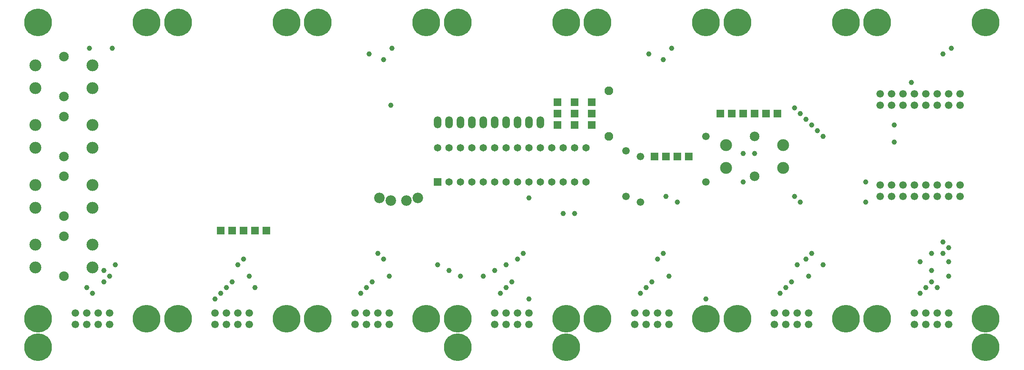
<source format=gbr>
G04 DesignSpark PCB Gerber Version 11.0 Build 5877*
G04 #@! TF.Part,Single*
G04 #@! TF.FileFunction,Soldermask,Top*
G04 #@! TF.FilePolarity,Negative*
%FSLAX35Y35*%
%MOIN*%
G04 #@! TA.AperFunction,ComponentPad*
%ADD151O,0.06600X0.10600*%
%ADD149R,0.06500X0.06500*%
%ADD125R,0.06600X0.06600*%
G04 #@! TD.AperFunction*
%ADD18C,0.00500*%
G04 #@! TA.AperFunction,ViaPad*
%ADD120C,0.04600*%
G04 #@! TA.AperFunction,ComponentPad*
%ADD150C,0.06500*%
%ADD123C,0.06600*%
%ADD153C,0.07687*%
G04 #@! TA.AperFunction,WasherPad*
%ADD122C,0.08474*%
G04 #@! TA.AperFunction,ComponentPad*
%ADD152C,0.09261*%
%ADD124C,0.10443*%
G04 #@! TA.AperFunction,WasherPad*
%ADD121C,0.24222*%
G04 #@! TD.AperFunction*
X0Y0D02*
D02*
D18*
D02*
D120*
X60600Y70600D03*
X63100Y280600D03*
X65600Y65600D03*
X75600Y75600D03*
Y85600D03*
X80600Y80600D03*
X83100Y280600D03*
X85600Y90600D03*
X173100Y60600D03*
X178100Y65600D03*
D03*
X183100Y70600D03*
X188100Y75600D03*
X193100Y90600D03*
X198100Y95600D03*
X203100Y80600D03*
X208100Y70600D03*
X300600Y65600D03*
X305600Y70600D03*
X308100Y275600D03*
X310600Y75600D03*
X315600Y100600D03*
X320600Y95600D03*
Y270600D03*
X325600Y80600D03*
X326850Y230600D03*
X328100Y280600D03*
X368100Y90600D03*
X378100Y85600D03*
X388100Y80600D03*
X408100D03*
X418100Y85600D03*
X423100Y65600D03*
X428100Y70600D03*
Y90600D03*
X433100Y75600D03*
X438100Y95600D03*
X443100Y100600D03*
X448100Y60600D03*
Y149350D03*
X478100Y135600D03*
X488100D03*
X545600Y65600D03*
X550600Y70600D03*
X553100Y275600D03*
X555600Y75600D03*
X560600Y95600D03*
X565600Y100600D03*
Y270600D03*
X568100Y150600D03*
X570600Y80600D03*
X573100Y280600D03*
X578100Y145600D03*
X603100Y60600D03*
X635600Y163100D03*
Y188100D03*
X645600D03*
X668100Y65600D03*
X673100Y70600D03*
X678100Y75600D03*
X680600Y150600D03*
Y228100D03*
X683100Y90600D03*
X685600Y145600D03*
Y223100D03*
X690600Y95600D03*
Y218100D03*
X693100Y80600D03*
X695600Y100600D03*
Y213100D03*
X700600Y208100D03*
X705600Y90600D03*
Y203100D03*
X743100Y145600D03*
Y163100D03*
X768100Y198100D03*
Y213100D03*
X783100Y250600D03*
X790600Y65600D03*
Y93100D03*
X795600Y70600D03*
X800600Y75600D03*
Y85600D03*
Y100600D03*
X805600Y70600D03*
X810600Y100600D03*
Y110600D03*
Y275600D03*
X815600Y80600D03*
Y93100D03*
Y105600D03*
X818100Y280600D03*
D02*
D121*
X18100Y18100D03*
Y43100D03*
Y303100D03*
X113100Y43100D03*
Y303100D03*
X140600Y43100D03*
Y303100D03*
X235600Y43100D03*
Y303100D03*
X263100Y43100D03*
Y303100D03*
X358100Y43100D03*
Y303100D03*
X385600Y18100D03*
Y43100D03*
Y303100D03*
X480600Y18100D03*
Y43100D03*
Y303100D03*
X508100Y43100D03*
Y303100D03*
X603100Y43100D03*
Y303100D03*
X630600Y43100D03*
Y303100D03*
X725600Y43100D03*
Y303100D03*
X753100Y43100D03*
Y303100D03*
X848100Y18100D03*
Y43100D03*
Y303100D03*
D02*
D122*
X40600Y80600D03*
Y115600D03*
Y133100D03*
Y168100D03*
Y185600D03*
Y220600D03*
Y238100D03*
Y273100D03*
X645600Y168100D03*
Y203100D03*
D02*
D123*
X50600Y38100D03*
Y48100D03*
X60600Y38100D03*
Y48100D03*
X70600Y38100D03*
Y48100D03*
X80600Y38100D03*
Y48100D03*
X173100Y38100D03*
Y48100D03*
X183100Y38100D03*
Y48100D03*
X193100Y38100D03*
Y48100D03*
X203100Y38100D03*
Y48100D03*
X295600Y38100D03*
Y48100D03*
X305600Y38100D03*
Y48100D03*
X315600Y38100D03*
Y48100D03*
X325600Y38100D03*
Y48100D03*
X418100Y38100D03*
Y48100D03*
X428100Y38100D03*
Y48100D03*
X438100Y38100D03*
Y48100D03*
X448100Y38100D03*
Y48100D03*
X533100Y150600D03*
Y190600D03*
X540600Y38100D03*
Y48100D03*
X545600Y145600D03*
Y185600D03*
X550600Y38100D03*
Y48100D03*
X560600Y38100D03*
Y48100D03*
X570600Y38100D03*
Y48100D03*
X603100Y163100D03*
Y203100D03*
X663100Y38100D03*
Y48100D03*
X673100Y38100D03*
Y48100D03*
X683100Y38100D03*
Y48100D03*
X693100Y38100D03*
Y48100D03*
X755600Y150600D03*
Y160600D03*
Y230600D03*
Y240600D03*
X765600Y150600D03*
Y160600D03*
Y230600D03*
Y240600D03*
X775600Y150600D03*
Y160600D03*
Y230600D03*
Y240600D03*
X785600Y38100D03*
Y48100D03*
Y150600D03*
Y160600D03*
Y230600D03*
Y240600D03*
X795600Y38100D03*
Y48100D03*
Y150600D03*
Y160600D03*
Y230600D03*
Y240600D03*
X805600Y38100D03*
Y48100D03*
Y150600D03*
Y160600D03*
Y230600D03*
Y240600D03*
X815600Y38100D03*
Y48100D03*
Y150600D03*
Y160600D03*
Y230600D03*
Y240600D03*
X825600Y150600D03*
Y160600D03*
Y230600D03*
Y240600D03*
D02*
D124*
X15600Y88100D03*
Y108100D03*
Y140600D03*
Y160600D03*
Y193100D03*
Y213100D03*
Y245600D03*
Y265600D03*
X65600Y88100D03*
Y108100D03*
Y140600D03*
Y160600D03*
Y193100D03*
Y213100D03*
Y245600D03*
Y265600D03*
X620600Y175600D03*
Y195600D03*
X670600Y175600D03*
Y195600D03*
D02*
D125*
X178100Y120600D03*
X188100D03*
X198100D03*
X208100D03*
X218100D03*
X473100Y213100D03*
Y223100D03*
Y233100D03*
X488100Y213100D03*
Y223100D03*
Y233100D03*
X503100Y213100D03*
Y223100D03*
Y233100D03*
X558100Y185600D03*
X568100D03*
X578100D03*
X588100D03*
X615600Y223100D03*
X625600D03*
X635600D03*
X645600D03*
X655600D03*
X665600D03*
D02*
D149*
X368100Y163100D03*
D02*
D150*
Y193100D03*
X378100Y163100D03*
Y193100D03*
X388100Y163100D03*
Y193100D03*
X398100Y163100D03*
Y193100D03*
X408100Y163100D03*
Y193100D03*
X418100Y163100D03*
Y193100D03*
X428100Y163100D03*
Y193100D03*
X438100Y163100D03*
Y193100D03*
X448100Y163100D03*
Y193100D03*
X458100Y163100D03*
Y193100D03*
X468100Y163100D03*
Y193100D03*
X478100Y163100D03*
Y193100D03*
X488100Y163100D03*
Y193100D03*
X498100Y163100D03*
Y193100D03*
D02*
D151*
X368100Y215600D03*
X378100D03*
X388100D03*
X398100D03*
X408100D03*
X418100D03*
X428100D03*
X438100D03*
X448100D03*
X458100D03*
D02*
D152*
X316850Y149350D03*
X326850Y146850D03*
X340600D03*
X350600Y149350D03*
D02*
D153*
X518100Y203100D03*
Y243100D03*
X0Y0D02*
M02*

</source>
